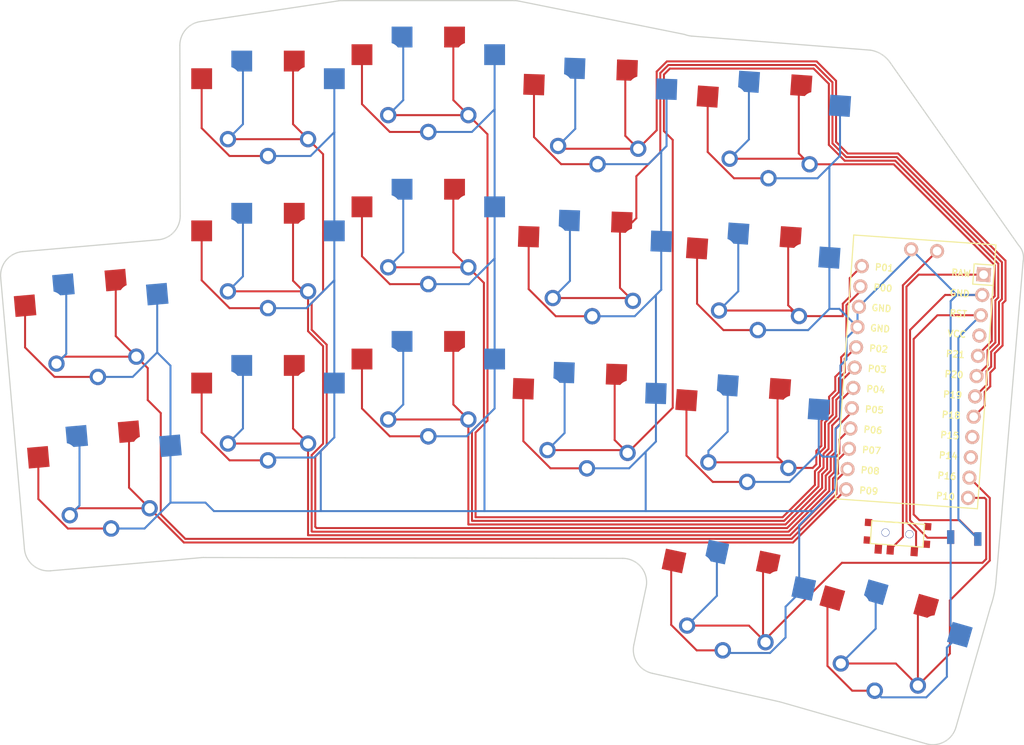
<source format=kicad_pcb>
(kicad_pcb (version 20211014) (generator pcbnew)
  (title_block (title "main") (rev "v1.0.0") (company "Unknown"))
  (layers (0 "F.Cu" signal) (31 "B.Cu" signal) (34 "B.Paste" user) (35 "F.Paste" user) (36 "B.SilkS" user "B.Silkscreen") (37 "F.SilkS" user "F.Silkscreen") (38 "B.Mask" user) (39 "F.Mask" user) (44 "Edge.Cuts" user))
  (net 0 "")
  (net 1 "P9")
  (net 2 "GND")
  (net 3 "P8")
  (net 4 "P7")
  (net 5 "P6")
  (net 6 "P5")
  (net 7 "P4")
  (net 8 "P3")
  (net 9 "P2")
  (net 10 "P19")
  (net 11 "P20")
  (net 12 "P21")
  (net 13 "P14")
  (net 14 "P15")
  (net 15 "P18")
  (net 16 "P10")
  (net 17 "P16")
  (net 18 "RAW")
  (net 19 "RST")
  (net 20 "VCC")
  (net 21 "P1")
  (net 22 "P0")
  (net 23 "pos")
  (footprint "E73:SPDT_C128955" (layer "F.Cu") (at 98.621534 6.482351 -4)
    (fp_text reference "T1" hide)
    (fp_text value "" hide)
  )
  (footprint "lib:bat" (layer "F.Cu") (at 101.945818 -28.87188 -94)
    (fp_text reference "")
    (fp_text value "")
  )
  (footprint "PG1350" (layer "F.Cu") (at 61.40892 -45.509647 178)
    (fp_text reference "S22" hide)
    (fp_text value "" hide)
  )
  (footprint "PG1350" (layer "F.Cu") (at 78.055005 15.319228 168)
    (fp_text reference "S30" hide)
    (fp_text value "" hide)
  )
  (footprint "PG1350" (layer "F.Cu") (at 20.082739 -46.532796 180)
    (fp_text reference "S10" hide)
    (fp_text value "" hide)
  )
  (footprint "PG1350" (layer "F.Cu") (at 20.082739 -8.532796 180)
    (fp_text reference "S6" hide)
    (fp_text value "" hide)
  )
  (footprint "PG1350" (layer "F.Cu") (at 40.082739 -30.532796)
    (fp_text reference "S13" hide)
    (fp_text value "" hide)
  )
  (footprint "Button_Switch_SMD:SW_SPST_B3U-1000P" (layer "F.Cu") (at 106.951194 7.064817 -4)
    (fp_text reference "")
    (fp_text value "")
  )
  (footprint "PG1350" (layer "F.Cu") (at 97.410046 20.45561 -16)
    (fp_text reference "S31" hide)
    (fp_text value "" hide)
  )
  (footprint "PG1350" (layer "F.Cu") (at 60.082739 -7.532796 -2)
    (fp_text reference "S17" hide)
    (fp_text value "" hide)
  )
  (footprint "ProMicro" (layer "F.Cu") (at 100.794836 -12.412073 -94)
    (fp_text reference "MCU1" hide)
    (fp_text value "" hide)
  )
  (footprint "PG1350" (layer "F.Cu") (at 60.745829 -26.521222 178)
    (fp_text reference "S20" hide)
    (fp_text value "" hide)
  )
  (footprint "PG1350" (layer "F.Cu") (at -1.655959 -18.927699 5)
    (fp_text reference "S3" hide)
    (fp_text value "" hide)
  )
  (footprint "PG1350" (layer "F.Cu") (at 0 0 5)
    (fp_text reference "S1" hide)
    (fp_text value "" hide)
  )
  (footprint "PG1350" (layer "F.Cu") (at 61.40892 -45.509647 -2)
    (fp_text reference "S21" hide)
    (fp_text value "" hide)
  )
  (footprint "PG1350" (layer "F.Cu") (at 40.082739 -49.532796 180)
    (fp_text reference "S16" hide)
    (fp_text value "" hide)
  )
  (footprint "PG1350" (layer "F.Cu") (at 60.082739 -7.532796 178)
    (fp_text reference "S18" hide)
    (fp_text value "" hide)
  )
  (footprint "PG1350" (layer "F.Cu") (at 60.745829 -26.521222 -2)
    (fp_text reference "S19" hide)
    (fp_text value "" hide)
  )
  (footprint "PG1350" (layer "F.Cu") (at 78.055005 15.319228 -12)
    (fp_text reference "S29" hide)
    (fp_text value "" hide)
  )
  (footprint "PG1350" (layer "F.Cu") (at 80.285504 -5.82669 -4)
    (fp_text reference "S23" hide)
    (fp_text value "" hide)
  )
  (footprint "PG1350" (layer "F.Cu") (at 20.082739 -46.532796)
    (fp_text reference "S9" hide)
    (fp_text value "" hide)
  )
  (footprint "PG1350" (layer "F.Cu") (at 40.082739 -11.532796)
    (fp_text reference "S11" hide)
    (fp_text value "" hide)
  )
  (footprint "PG1350" (layer "F.Cu") (at -1.655959 -18.927699 -175)
    (fp_text reference "S4" hide)
    (fp_text value "" hide)
  )
  (footprint "PG1350" (layer "F.Cu") (at 82.936249 -43.734124 -4)
    (fp_text reference "S27" hide)
    (fp_text value "" hide)
  )
  (footprint "PG1350" (layer "F.Cu") (at 40.082739 -11.532796 180)
    (fp_text reference "S12" hide)
    (fp_text value "" hide)
  )
  (footprint "PG1350" (layer "F.Cu") (at 20.082739 -8.532796)
    (fp_text reference "S5" hide)
    (fp_text value "" hide)
  )
  (footprint "PG1350" (layer "F.Cu") (at 0 0 -175)
    (fp_text reference "S2" hide)
    (fp_text value "" hide)
  )
  (footprint "PG1350" (layer "F.Cu") (at 81.610877 -24.780407 176)
    (fp_text reference "S26" hide)
    (fp_text value "" hide)
  )
  (footprint "PG1350" (layer "F.Cu") (at 40.082739 -30.532796 180)
    (fp_text reference "S14" hide)
    (fp_text value "" hide)
  )
  (footprint "PG1350" (layer "F.Cu") (at 20.082739 -27.532796 180)
    (fp_text reference "S8" hide)
    (fp_text value "" hide)
  )
  (footprint "PG1350" (layer "F.Cu") (at 82.936249 -43.734124 176)
    (fp_text reference "S28" hide)
    (fp_text value "" hide)
  )
  (footprint "PG1350" (layer "F.Cu") (at 97.410046 20.45561 164)
    (fp_text reference "S32" hide)
    (fp_text value "" hide)
  )
  (footprint "PG1350" (layer "F.Cu") (at 20.082739 -27.532796)
    (fp_text reference "S7" hide)
    (fp_text value "" hide)
  )
  (footprint "PG1350" (layer "F.Cu") (at 81.610877 -24.780407 -4)
    (fp_text reference "S25" hide)
    (fp_text value "" hide)
  )
  (footprint "PG1350" (layer "F.Cu") (at 80.285504 -5.82669 176)
    (fp_text reference "S24" hide)
    (fp_text value "" hide)
  )
  (footprint "PG1350" (layer "F.Cu") (at 40.082739 -49.532796)
    (fp_text reference "S15" hide)
    (fp_text value "" hide)
  )
  (gr_arc (start -7.054423 11.15729) (mid -9.244253 10.466839) (end -10.304474 8.430173) (layer "Edge.Cuts") (width 0.15))
  (gr_line (start 11.73993 9.512998) (end -7.054422 11.15729) (layer "Edge.Cuts") (width 0.15))
  (gr_arc (start 113.732517 -29.491769) (mid 114.255915 -28.565367) (end 114.3 -27.502247) (layer "Edge.Cuts") (width 0.15))
  (gr_arc (start 68.008632 23.95095) (mid 66.139083 22.643761) (end 65.729385 20.399635) (layer "Edge.Cuts") (width 0.15))
  (gr_line (start 110.223059 15.678832) (end 105.916644 30.697084) (layer "Edge.Cuts") (width 0.15))
  (gr_line (start -10.540652 -28.690498) (end 6.390342 -30.171768) (layer "Edge.Cuts") (width 0.15))
  (gr_arc (start 64.325621 9.601614) (mid 66.653127 10.715877) (end 67.254328 13.225344) (layer "Edge.Cuts") (width 0.15))
  (gr_line (start 51.378846 -59.972533) (end 72.054675 -55.810199) (layer "Edge.Cuts") (width 0.15))
  (gr_arc (start 28.861466 -59.999605) (mid 29.083358 -60.024487) (end 29.306487 -60.032796) (layer "Edge.Cuts") (width 0.15))
  (gr_arc (start 105.916644 30.697083) (mid 104.487288 32.49403) (end 102.205947 32.753956) (layer "Edge.Cuts") (width 0.15))
  (gr_line (start 97.655127 -52.368326) (end 113.732517 -29.491769) (layer "Edge.Cuts") (width 0.15))
  (gr_arc (start 11.73993 9.512997) (mid 11.873404 9.504313) (end 12.007133 9.501587) (layer "Edge.Cuts") (width 0.15))
  (gr_line (start 65.729385 20.399635) (end 67.254328 13.225344) (layer "Edge.Cuts") (width 0.15))
  (gr_arc (start 9.087743 -54.444184) (mid 9.812625 -56.405454) (end 11.642715 -57.416792) (layer "Edge.Cuts") (width 0.15))
  (gr_arc (start -13.267769 -25.440447) (mid -12.577318 -27.630277) (end -10.540652 -28.690498) (layer "Edge.Cuts") (width 0.15))
  (gr_line (start 11.642715 -57.416792) (end 28.861466 -59.999605) (layer "Edge.Cuts") (width 0.15))
  (gr_line (start -10.304474 8.430173) (end -13.267769 -25.440447) (layer "Edge.Cuts") (width 0.15))
  (gr_arc (start 50.780561 -60.032796) (mid 51.081217 -60.017692) (end 51.378846 -59.972533) (layer "Edge.Cuts") (width 0.15))
  (gr_arc (start 9.128869 -33.166151) (mid 8.342664 -31.135721) (end 6.390342 -30.171768) (layer "Edge.Cuts") (width 0.15))
  (gr_arc (start 110.900668 12.613364) (mid 110.655032 14.166693) (end 110.223059 15.678832) (layer "Edge.Cuts") (width 0.15))
  (gr_line (start 83.855469 27.497487) (end 68.008633 23.95095) (layer "Edge.Cuts") (width 0.15))
  (gr_line (start 114.3 -27.502247) (end 110.900668 12.613364) (layer "Edge.Cuts") (width 0.15))
  (gr_line (start 102.205947 32.753956) (end 84.027186 27.541281) (layer "Edge.Cuts") (width 0.15))
  (gr_line (start 64.325621 9.601614) (end 12.007133 9.501587) (layer "Edge.Cuts") (width 0.15))
  (gr_arc (start 72.920327 -55.604254) (mid 72.480302 -55.676966) (end 72.054675 -55.810199) (layer "Edge.Cuts") (width 0.15))
  (gr_arc (start 95.255323 -53.844429) (mid 96.602315 -53.345512) (end 97.655127 -52.368326) (layer "Edge.Cuts") (width 0.15))
  (gr_line (start 9.12887 -33.166151) (end 9.087742 -54.444185) (layer "Edge.Cuts") (width 0.15))
  (gr_line (start 29.306487 -60.032796) (end 50.780562 -60.032796) (layer "Edge.Cuts") (width 0.15))
  (gr_arc (start 83.855469 27.497487) (mid 83.941651 27.518116) (end 84.027186 27.541281) (layer "Edge.Cuts") (width 0.15))
  (gr_line (start 72.920327 -55.604254) (end 95.255323 -53.844429) (layer "Edge.Cuts") (width 0.15))
  (segment (start 9.582404 7.62) (end 85.591252 7.62) (width 0.25) (layer "F.Cu") (net 1))
  (segment (start 85.591252 7.62) (end 92.2189 0.992352) (width 0.25) (layer "F.Cu") (net 1))
  (segment (start -3.778224 3.349761) (end -4.649782 4.221319) (width 0.25) (layer "F.Cu") (net 1))
  (segment (start 5.312165 3.349761) (end 9.582404 7.62) (width 0.25) (layer "F.Cu") (net 1))
  (segment (start 2.743961 -6.212794) (end 2.743961 0.781557) (width 0.25) (layer "F.Cu") (net 1))
  (segment (start 2.743961 0.781557) (end 5.312165 3.349761) (width 0.25) (layer "F.Cu") (net 1))
  (segment (start 5.312165 3.349761) (end -3.778224 3.349761) (width 0.25) (layer "F.Cu") (net 1))
  (segment (start -4.649782 4.221319) (end -3.433287 3.004824) (width 0.25) (layer "B.Cu") (net 1))
  (segment (start -3.433287 -5.294096) (end -3.781114 -5.641923) (width 0.25) (layer "B.Cu") (net 1))
  (segment (start -3.433287 3.004824) (end -3.433287 -5.294096) (width 0.25) (layer "B.Cu") (net 1))
  (segment (start 52.606743 -24.011778) (end 52.606743 -30.557731) (width 0.25) (layer "F.Cu") (net 2))
  (segment (start 11.807739 -25.112026) (end 11.807739 -31.282796) (width 0.25) (layer "F.Cu") (net 2))
  (segment (start 100.192399 4.859737) (end 100.192399 -18.912399) (width 0.25) (layer "F.Cu") (net 2))
  (segment (start 15.286969 -40.632796) (end 11.807739 -44.112026) (width 0.25) (layer "F.Cu") (net 2))
  (segment (start -1.14174 -13.05015) (end -6.545281 -13.05015) (width 0.25) (layer "F.Cu") (net 2))
  (segment (start 35.286969 -5.632796) (end 31.807739 -9.112026) (width 0.25) (layer "F.Cu") (net 2))
  (segment (start 56.656796 -39.613241) (end 53.269834 -43.000203) (width 0.25) (layer "F.Cu") (net 2))
  (segment (start 78.231251 -37.848496) (end 74.942993 -41.136754) (width 0.25) (layer "F.Cu") (net 2))
  (segment (start 40.082739 -43.632796) (end 35.286969 -43.632796) (width 0.25) (layer "F.Cu") (net 2))
  (segment (start 20.082739 -2.632796) (end 15.286969 -2.632796) (width 0.25) (layer "F.Cu") (net 2))
  (segment (start 35.286969 -24.632796) (end 31.807739 -28.112026) (width 0.25) (layer "F.Cu") (net 2))
  (segment (start 73.617621 -22.183037) (end 73.617621 -29.098507) (width 0.25) (layer "F.Cu") (net 2))
  (segment (start 81.199314 -18.894779) (end 76.905879 -18.894779) (width 0.25) (layer "F.Cu") (net 2))
  (segment (start 74.942993 -41.136754) (end 74.942993 -48.052224) (width 0.25) (layer "F.Cu") (net 2))
  (segment (start 55.330615 -1.63639) (end 51.943653 -5.023352) (width 0.25) (layer "F.Cu") (net 2))
  (segment (start -6.545281 -13.05015) (end -10.226304 -16.731173) (width 0.25) (layer "F.Cu") (net 2))
  (segment (start 60.539922 -20.624816) (end 55.993705 -20.624816) (width 0.25) (layer "F.Cu") (net 2))
  (segment (start 11.807739 -44.112026) (end 11.807739 -50.282796) (width 0.25) (layer "F.Cu") (net 2))
  (segment (start 15.286969 -21.632796) (end 11.807739 -25.112026) (width 0.25) (layer "F.Cu") (net 2))
  (segment (start 0.514219 5.877549) (end -4.889322 5.877549) (width 0.25) (layer "F.Cu") (net 2))
  (segment (start 51.943653 -5.023352) (end 51.943653 -11.569305) (width 0.25) (layer "F.Cu") (net 2))
  (segment (start 70.390379 17.912251) (end 70.390379 10.280828) (width 0.25) (layer "F.Cu") (net 2))
  (segment (start 11.807739 -6.112026) (end 11.807739 -12.282796) (width 0.25) (layer "F.Cu") (net 2))
  (segment (start 15.286969 -2.632796) (end 11.807739 -6.112026) (width 0.25) (layer "F.Cu") (net 2))
  (segment (start 20.082739 -21.632796) (end 15.286969 -21.632796) (width 0.25) (layer "F.Cu") (net 2))
  (segment (start 31.807739 -9.112026) (end 31.807739 -15.282796) (width 0.25) (layer "F.Cu") (net 2))
  (segment (start 72.292248 -3.22932) (end 72.292248 -10.14479) (width 0.25) (layer "F.Cu") (net 2))
  (segment (start 89.884988 23.03327) (end 89.884988 15.174238) (width 0.25) (layer "F.Cu") (net 2))
  (segment (start -10.226304 -16.731173) (end -10.226304 -21.942215) (width 0.25) (layer "F.Cu") (net 2))
  (segment (start 82.524686 -37.848496) (end 78.231251 -37.848496) (width 0.25) (layer "F.Cu") (net 2))
  (segment (start 20.082739 -40.632796) (end 15.286969 -40.632796) (width 0.25) (layer "F.Cu") (net 2))
  (segment (start 95.783786 26.127054) (end 92.978772 26.127054) (width 0.25) (layer "F.Cu") (net 2))
  (segment (start 40.082739 -24.632796) (end 35.286969 -24.632796) (width 0.25) (layer "F.Cu") (net 2))
  (segment (start -8.570345 2.196526) (end -8.570345 -3.014516) (width 0.25) (layer "F.Cu") (net 2))
  (segment (start 35.286969 -43.632796) (end 31.807739 -47.112026) (width 0.25) (layer "F.Cu") (net 2))
  (segment (start 105.255335 6.946231) (end 105.16861 7.032956) (width 0.25) (layer "F.Cu") (net 2))
  (segment (start 102.365618 7.032956) (end 100.192399 4.859737) (width 0.25) (layer "F.Cu") (net 2))
  (segment (start -4.889322 5.877549) (end -8.570345 2.196526) (width 0.25) (layer "F.Cu") (net 2))
  (segment (start 100.192399 -18.912399) (end 104.562686 -23.282686) (width 0.25) (layer "F.Cu") (net 2))
  (segment (start 75.580506 0.058938) (end 72.292248 -3.22932) (width 0.25) (layer "F.Cu") (net 2))
  (segment (start 105.16861 7.032956) (end 102.365618 7.032956) (width 0.25) (layer "F.Cu") (net 2))
  (segment (start 53.269834 -43.000203) (end 53.269834 -49.546156) (width 0.25) (layer "F.Cu") (net 2))
  (segment (start 79.873941 0.058938) (end 75.580506 0.058938) (width 0.25) (layer "F.Cu") (net 2))
  (segment (start 31.807739 -47.112026) (end 31.807739 -53.282796) (width 0.25) (layer "F.Cu") (net 2))
  (segment (start 92.978772 26.127054) (end 89.884988 23.03327) (width 0.25) (layer "F.Cu") (net 2))
  (segment (start 73.568427 21.090299) (end 70.390379 17.912251) (width 0.25) (layer "F.Cu") (net 2))
  (segment (start 89.884988 15.174238) (end 90.489246 14.56998) (width 0.25) (layer "F.Cu") (net 2))
  (segment (start 70.390379 10.280828) (end 70.740502 9.930705) (width 0.25) (layer "F.Cu") (net 2))
  (segment (start 59.876832 -1.63639) (end 55.330615 -1.63639) (width 0.25) (layer "F.Cu") (net 2))
  (segment (start 31.807739 -28.112026) (end 31.807739 -34.282796) (width 0.25) (layer "F.Cu") (net 2))
  (segment (start 76.828326 21.090299) (end 73.568427 21.090299) (width 0.25) (layer "F.Cu") (net 2))
  (segment (start 61.203013 -39.613241) (end 56.656796 -39.613241) (width 0.25) (layer "F.Cu") (net 2))
  (segment (start 104.562686 -23.282686) (end 109.193591 -23.282686) (width 0.25) (layer "F.Cu") (net 2))
  (segment (start 40.082739 -5.632796) (end 35.286969 -5.632796) (width 0.25) (layer "F.Cu") (net 2))
  (segment (start 76.905879 -18.894779) (end 73.617621 -22.183037) (width 0.25) (layer "F.Cu") (net 2))
  (segment (start 55.993705 -20.624816) (end 52.606743 -24.011778) (width 0.25) (layer "F.Cu") (net 2))
  (segment (start 47.092666 -7.846954) (end 47.092666 3.707334) (width 0.25) (layer "B.Cu") (net 2))
  (segment (start 48.357739 -46.464883) (end 48.357739 -34.282796) (width 0.25) (layer "B.Cu") (net 2))
  (segment (start 86.928845 13.371644) (end 86.928845 13.268845) (width 0.25) (layer "B.Cu") (net 2))
  (segment (start 86.928845 13.371644) (end 84.660238 15.640251) (width 0.25) (layer "B.Cu") (net 2))
  (segment (start 3.203567 -13.05015) (end 6.260718 -16.107301) (width 0.25) (layer "B.Cu") (net 2))
  (segment (start 7.916677 2.641019) (end 12.276907 2.641019) (width 0.25) (layer "B.Cu") (net 2))
  (segment (start 13.343222 3.707334) (end 26.772666 3.707334) (width 0.25) (layer "B.Cu") (net 2))
  (segment (start 28.292857 -25.047143) (end 24.878509 -21.632796) (width 0.25) (layer "B.Cu") (net 2))
  (segment (start 90.127306 -39.327306) (end 90.127306 -27.944037) (width 0.25) (layer "B.Cu") (net 2))
  (segment (start 88.801933 -8.99032) (end 88.801933 -3.585077) (width 0.25) (layer "B.Cu") (net 2))
  (segment (start 7.916677 -4.456944) (end 7.916677 2.641019) (width 0.25) (layer "B.Cu") (net 2))
  (segment (start 100.329764 -28.328193) (end 100.329764 -28.984885) (width 0.25) (layer "B.Cu") (net 2))
  (segment (start 84.660238 15.640251) (end 84.660238 19.479762) (width 0.25) (layer "B.Cu") (net 2))
  (segment (start 105.255335 6.946231) (end 105.255335 17.988986) (width 0.25) (layer "B.Cu") (net 2))
  (segment (start 28.357739 -24.982261) (end 28.357739 -12.282796) (width 0.25) (layer "B.Cu") (net 2))
  (segment (start 60.539922 -20.624816) (end 65.83862 -20.624816) (width 0.25) (layer "B.Cu") (net 2))
  (segment (start 67.207334 3.707334) (end 88.124762 3.707334) (width 0.25) (layer "B.Cu") (net 2))
  (segment (start 67.553241 -39.613241) (end 61.203013 -39.613241) (width 0.25) (layer "B.Cu") (net 2))
  (segment (start 44.878509 -5.632796) (end 48.357739 -9.112026) (width 0.25) (layer "B.Cu") (net 2))
  (segment (start 28.357739 -43.597739) (end 28.357739 -31.282796) (width 0.25) (layer "B.Cu") (net 2))
  (segment (start 92.258359 -17.900156) (end 93.636352 -19.278149) (width 0.25) (layer "B.Cu") (net 2))
  (segment (start 104.783711 20.746194) (end 104.783711 24.391448) (width 0.25) (layer "B.Cu") (net 2))
  (segment (start 26.67 -3.81) (end 25.846907 -2.986907) (width 0.25) (layer "B.Cu") (net 2))
  (segment (start 26.772666 3.707334) (end 47.092666 3.707334) (width 0.25) (layer "B.Cu") (net 2))
  (segment (start 65.13639 -1.63639) (end 59.876832 -1.63639) (width 0.25) (layer "B.Cu") (net 2))
  (segment (start 93.636352 -21.634781) (end 93.813533 -21.811962) (width 0.25) (layer "B.Cu") (net 2))
  (segment (start 44.878509 -5.632796) (end 40.082739 -5.632796) (width 0.25) (layer "B.Cu") (net 2))
  (segment (start 47.092666 3.707334) (end 67.207334 3.707334) (width 0.25) (layer "B.Cu") (net 2))
  (segment (start 20.43685 -2.986907) (end 20.082739 -2.632796) (width 0.25) (layer "B.Cu") (net 2))
  (segment (start 28.357739 -25.112026) (end 28.292857 -25.047143) (width 0.25) (layer "B.Cu") (net 2))
  (segment (start 6.260718 -16.107301) (end 7.916677 -14.451342) (width 0.25) (layer "B.Cu") (net 2))
  (segment (start 86.36 5.472096) (end 88.124762 3.707334) (width 0.25) (layer "B.Cu") (net 2))
  (segment (start 67.553241 -39.613241) (end 69.809752 -41.869752) (width 0.25) (layer "B.Cu") (net 2))
  (segment (start 90.883589 0.948507) (end 90.883589 -3.096411) (width 0.25) (layer "B.Cu") (net 2))
  (segment (start 86.36 12.7) (end 86.36 5.472096) (width 0.25) (layer "B.Cu") (net 2))
  (segment (start 26.67 3.604668) (end 26.772666 3.707334) (width 0.25) (layer "B.Cu") (net 2))
  (segment (start 105.255335 17.988986) (end 106.398127 19.131778) (width 0.25) (layer "B.Cu") (net 2))
  (segment (start 86.928845 13.268845) (end 86.36 12.7) (width 0.25) (layer "B.Cu") (net 2))
  (segment (start 69.809752 -48.968569) (end 69.809752 -41.869752) (width 0.25) (layer "B.Cu") (net 2))
  (segment (start 87.474779 -18.894779) (end 81.199314 -18.894779) (width 0.25) (layer "B.Cu") (net 2))
  (segment (start 28.357739 -12.282796) (end 28.357739 -5.497739) (width 0.25) (layer "B.Cu") (net 2))
  (segment (start 106.398127 19.131778) (end 104.783711 20.746194) (width 0.25) (layer "B.Cu") (net 2))
  (segment (start 25.846907 -2.986907) (end 20.43685 -2.986907) (width 0.25) (layer "B.Cu") (net 2))
  (segment (start 48.357739 -27.841572) (end 48.357739 -15.282796) (width 0.25) (layer "B.Cu") (net 2))
  (segment (start 26.67 -3.81) (end 26.67 3.604668) (width 0.25) (layer "B.Cu") (net 2))
  (segment (start 105.255335 -22.506058) (end 106.031963 -23.282686) (width 0.25) (layer "B.Cu") (net 2))
  (segment (start 68.483571 -23.269767) (end 68.483571 -10.991718) (width 0.25) (layer "B.Cu") (net 2))
  (segment (start 28.357739 -31.282796) (end 28.357739 -25.112026) (width 0.25) (layer "B.Cu") (net 2))
  (segment (start 28.292857 -25.047143) (end 28.357739 -24.982261) (width 0.25) (layer "B.Cu") (net 2))
  (segment (start 96.611743 26.955011) (end 95.783786 26.127054) (width 0.25) (layer "B.Cu") (net 2))
  (segment (start 68.483571 -10.991718) (end 68.483571 -4.983571) (width 0.25) (layer "B.Cu") (net 2))
  (segment (start 48.357739 -15.282796) (end 48.357739 -9.112026) (width 0.25) (layer "B.Cu") (net 2))
  (segment (start 69.146661 -23.932857) (end 69.146661 -29.980144) (width 0.25) (layer "B.Cu") (net 2))
  (segment (start 7.916677 2.641019) (end 4.680147 5.877549) (width 0.25) (layer "B.Cu") (net 2))
  (segment (start 105.255335 6.946231) (end 105.255335 -22.506058) (width 0.25) (layer "B.Cu") (net 2))
  (segment (start 93.636352 -19.278149) (end 93.636352 -21.634781) (width 0.25) (layer "B.Cu") (net 2))
  (segment (start 88.124762 3.707334) (end 90.883589 0.948507) (width 0.25) (layer "B.Cu") (net 2))
  (segment (start 91.452678 -46.897754) (end 91.452678 -40.652678) (width 0.25) (layer "B.Cu") (net 2))
  (segment (start 12.276907 2.641019) (end 13.343222 3.707334) (width 0.25) (layer "B.Cu") (net 2))
  (segment (start 90.883589 -6.525509) (end 91.503767 -7.145687) (width 0.25) (layer "B.Cu") (net 2))
  (segment (start 28.357739 -5.497739) (end 26.67 -3.81) (width 0.25) (layer "B.Cu") (net 2))
  (segment (start 92.258359 -15.237566) (end 92.258359 -17.900156) (width 0.25) (layer "B.Cu") (net 2))
  (segment (start 40.082739 -24.632796) (end 45.148963 -24.632796) (width 0.25) (layer "B.Cu") (net 2))
  (segment (start 7.916677 -14.451342) (end 7.916677 -4.456944) (width 0.25) (layer "B.Cu") (net 2))
  (segment (start 90.127306 -21.547306) (end 87.474779 -18.894779) (width 0.25) (layer "B.Cu") (net 2))
  (segment (start 25.392796 -40.632796) (end 20.082739 -40.632796) (width 0.25) (layer "B.Cu") (net 2))
  (segment (start 91.367195 -21.547306) (end 93.636352 -19.278149) (width 0.25) (layer "B.Cu") (net 2))
  (segment (start 82.723742 21.416258) (end 77.154285 21.416258) (width 0.25) (layer "B.Cu") (net 2))
  (segment (start 48.357739 -27.841572) (end 48.357739 -34.282796) (width 0.25) (layer "B.Cu") (net 2))
  (segment (start 85.157918 0.058938) (end 79.873941 0.058938) (width 0.25) (layer "B.Cu") (net 2))
  (segment (start 106.031963 -23.282686) (end 109.193591 -23.282686) (width 0.25) (layer "B.Cu") (net 2))
  (segment (start 88.801933 -3.585077) (end 89.290599 -3.096411) (width 0.25) (layer "B.Cu") (net 2))
  (segment (start 90.883589 -3.096411) (end 90.883589 -6.525509) (width 0.25) (layer "B.Cu") (net 2))
  (segment (start 89.290599 -3.096411) (end 90.883589 -3.096411) (width 0.25) (layer "B.Cu") (net 2))
  (segment (start 88.648496 -37.848496) (end 91.452678 -40.652678) (width 0.25) (layer "B.Cu") (net 2))
  (segment (start -1.14174 -13.05015) (end 3.203567 -13.05015) (width 0.25) (layer "B.Cu") (net 2))
  (segment (start 48.357739 -53.282796) (end 48.357739 -46.464883) (width 0.25) (layer "B.Cu") (net 2))
  (segment (start 65.83862 -20.624816) (end 69.146661 -23.932857) (width 0.25) (layer "B.Cu") (net 2))
  (segment (start 102.220148 26.955011) (end 96.611743 26.955011) (width 0.25) (layer "B.Cu") (net 2))
  (segment (start 88.648496 -37.848496) (end 82.524686 -37.848496) (width 0.25) (layer "B.Cu") (net 2))
  (segment (start 45.525652 -43.632796) (end 40.082739 -43.632796) (width 0.25) (layer "B.Cu") (net 2))
  (segment (start 104.783711 24.391448) (end 102.220148 26.955011) (width 0.25) (layer "B.Cu") (net 2))
  (segment (start 90.127306 -21.547306) (end 91.367195 -21.547306) (width 0.25) (layer "B.Cu") (net 2))
  (segment (start 67.207334 -3.707334) (end 67.207334 3.707334) (width 0.25) (layer "B.Cu") (net 2))
  (segment (start 48.357739 -46.464883) (end 45.525652 -43.632796) (width 0.25) (layer "B.Cu") (net 2))
  (segment (start 65.13639 -1.63639) (end 68.483571 -4.983571) (width 0.25) (layer "B.Cu") (net 2))
  (segment (start 100.329764 -28.984885) (end 106.031963 -23.282686) (width 0.25) (layer "B.Cu") (net 2))
  (segment (start 28.357739 -43.597739) (end 25.392796 -40.632796) (width 0.25) (layer "B.Cu") (net 2))
  (segment (start 91.503767 -7.145687) (end 91.503767 -14.482974) (width 0.25) (layer "B.Cu") (net 2))
  (segment (start 90.127306 -27.944037) (end 90.127306 -21.547306) (width 0.25) (layer "B.Cu") (net 2))
  (segment (start 24.878509 -21.632796) (end 20.082739 -21.632796) (width 0.25) (layer "B.Cu") (net 2))
  (segment (start 45.148963 -24.632796) (end 48.357739 -27.841572) (width 0.25) (layer "B.Cu") (net 2))
  (segment (start 93.813533 -21.811962) (end 100.329764 -28.328193) (width 0.25) (layer "B.Cu") (net 2))
  (segment (start 69.146661 -41.206661) (end 69.146661 -29.980144) (width 0.25) (layer "B.Cu") (net 2))
  (segment (start 4.680147 5.877549) (end 0.514219 5.877549) (width 0.25) (layer "B.Cu") (net 2))
  (segment (start 91.503767 -14.482974) (end 92.258359 -15.237566) (width 0.25) (layer "B.Cu") (net 2))
  (segment (start 84.660238 19.479762) (end 82.723742 21.416258) (width 0.25) (layer "B.Cu") (net 2))
  (segment (start 88.801933 -3.585077) (end 85.157918 0.058938) (width 0.25) (layer "B.Cu") (net 2))
  (segment (start 6.260718 -23.384643) (end 6.260718 -16.107301) (width 0.25) (layer "B.Cu") (net 2))
  (segment (start 28.357739 -50.282796) (end 28.357739 -43.597739) (width 0.25) (layer "B.Cu") (net 2))
  (segment (start 9.768602 7.17048) (end 85.405054 7.17048) (width 0.25) (layer "F.Cu") (net 3))
  (segment (start 85.405054 7.17048) (end 91.018089 1.557445) (width 0.25) (layer "F.Cu") (net 3))
  (segment (start 1.088002 -18.146142) (end 3.656206 -15.577938) (width 0.25) (layer "F.Cu") (net 3))
  (segment (start 6.704492 4.10637) (end 9.768602 7.17048) (width 0.25) (layer "F.Cu") (net 3))
  (segment (start 91.018089 -0.163468) (end 92.396081 -1.54146) (width 0.25) (layer "F.Cu") (net 3))
  (segment (start 1.088002 -25.140493) (end 1.088002 -18.146142) (width 0.25) (layer "F.Cu") (net 3))
  (segment (start -5.434183 -15.577938) (end -6.305741 -14.70638) (width 0.25) (layer "F.Cu") (net 3))
  (segment (start 5.08 -10.16) (end 6.704492 -8.535508) (width 0.25) (layer "F.Cu") (net 3))
  (segment (start 6.704492 -8.535508) (end 6.704492 4.10637) (width 0.25) (layer "F.Cu") (net 3))
  (segment (start 3.656206 -15.577938) (end 5.08 -14.154144) (width 0.25) (layer "F.Cu") (net 3))
  (segment (start 5.08 -14.154144) (end 5.08 -10.16) (width 0.25) (layer "F.Cu") (net 3))
  (segment (start 91.018089 1.557445) (end 91.018089 -0.163468) (width 0.25) (layer "F.Cu") (net 3))
  (segment (start 3.656206 -15.577938) (end -5.434183 -15.577938) (width 0.25) (layer "F.Cu") (net 3))
  (segment (start -6.305741 -14.70638) (end -5.089246 -15.922875) (width 0.25) (layer "B.Cu") (net 3))
  (segment (start -5.089246 -24.221795) (end -5.437073 -24.569622) (width 0.25) (layer "B.Cu") (net 3))
  (segment (start -5.089246 -15.922875) (end -5.089246 -24.221795) (width 0.25) (layer "B.Cu") (net 3))
  (segment (start 25.082739 -4.732796) (end 25.082739 6.72096) (width 0.25) (layer "F.Cu") (net 4))
  (segment (start 85.218856 6.72096) (end 90.568569 1.371247) (width 0.25) (layer "F.Cu") (net 4))
  (segment (start 91.22912 -1.010217) (end 91.19527 -1.044067) (width 0.25) (layer "F.Cu") (net 4))
  (segment (start 25.082739 6.72096) (end 85.218856 6.72096) (width 0.25) (layer "F.Cu") (net 4))
  (segment (start 23.208218 -6.607317) (end 25.082739 -4.732796) (width 0.25) (layer "F.Cu") (net 4))
  (segment (start 90.568569 1.371247) (end 90.568569 -0.349666) (width 0.25) (layer "F.Cu") (net 4))
  (segment (start 23.357739 -14.482796) (end 23.208218 -14.333275) (width 0.25) (layer "F.Cu") (net 4))
  (segment (start 23.208218 -14.333275) (end 23.208218 -6.607317) (width 0.25) (layer "F.Cu") (net 4))
  (segment (start 25.082739 -4.732796) (end 15.082739 -4.732796) (width 0.25) (layer "F.Cu") (net 4))
  (segment (start 91.19527 -2.69728) (end 92.573263 -4.075273) (width 0.25) (layer "F.Cu") (net 4))
  (segment (start 91.19527 -1.044067) (end 91.19527 -2.69728) (width 0.25) (layer "F.Cu") (net 4))
  (segment (start 90.568569 -0.349666) (end 91.22912 -1.010217) (width 0.25) (layer "F.Cu") (net 4))
  (segment (start 16.95726 -6.607317) (end 16.95726 -14.333275) (width 0.25) (layer "B.Cu") (net 4))
  (segment (start 15.082739 -4.732796) (end 16.95726 -6.607317) (width 0.25) (layer "B.Cu") (net 4))
  (segment (start 16.95726 -14.333275) (end 16.807739 -14.482796) (width 0.25) (layer "B.Cu") (net 4))
  (segment (start 91.372452 -3.51018) (end 91.372452 -5.231094) (width 0.25) (layer "F.Cu") (net 5))
  (segment (start 25.082739 -23.732796) (end 25.082739 -18.758774) (width 0.25) (layer "F.Cu") (net 5))
  (segment (start 90.74575 -2.883478) (end 91.372452 -3.51018) (width 0.25) (layer "F.Cu") (net 5))
  (segment (start 26.95726 -4.711547) (end 25.532259 -3.286546) (width 0.25) (layer "F.Cu") (net 5))
  (segment (start 25.082739 -23.177261) (end 23.208218 -25.051782) (width 0.25) (layer "F.Cu") (net 5))
  (segment (start 85.032658 6.27144) (end 90.119049 1.185049) (width 0.25) (layer "F.Cu") (net 5))
  (segment (start 26.95726 -16.884253) (end 26.95726 -4.711547) (width 0.25) (layer "F.Cu") (net 5))
  (segment (start 25.082739 -23.732796) (end 15.082739 -23.732796) (width 0.25) (layer "F.Cu") (net 5))
  (segment (start 90.119049 1.185049) (end 90.119049 -0.535864) (width 0.25) (layer "F.Cu") (net 5))
  (segment (start 25.082739 -18.758774) (end 26.95726 -16.884253) (width 0.25) (layer "F.Cu") (net 5))
  (segment (start 90.74575 -1.162565) (end 90.74575 -2.883478) (width 0.25) (layer "F.Cu") (net 5))
  (segment (start 25.532259 6.217501) (end 25.586198 6.27144) (width 0.25) (layer "F.Cu") (net 5))
  (segment (start 25.532259 -3.286546) (end 25.532259 6.217501) (width 0.25) (layer "F.Cu") (net 5))
  (segment (start 90.119049 -0.535864) (end 90.74575 -1.162565) (width 0.25) (layer "F.Cu") (net 5))
  (segment (start 91.372452 -5.231094) (end 92.750444 -6.609086) (width 0.25) (layer "F.Cu") (net 5))
  (segment (start 23.208218 -25.051782) (end 23.208218 -33.333275) (width 0.25) (layer "F.Cu") (net 5))
  (segment (start 23.208218 -33.333275) (end 23.357739 -33.482796) (width 0.25) (layer "F.Cu") (net 5))
  (segment (start 25.586198 6.27144) (end 85.032658 6.27144) (width 0.25) (layer "F.Cu") (net 5))
  (segment (start 16.95726 -33.333275) (end 16.807739 -33.482796) (width 0.25) (layer "B.Cu") (net 5))
  (segment (start 15.082739 -23.732796) (end 16.95726 -25.607317) (width 0.25) (layer "B.Cu") (net 5))
  (segment (start 16.95726 -25.607317) (end 16.95726 -33.333275) (width 0.25) (layer "B.Cu") (net 5))
  (segment (start 27.40678 -4.525349) (end 25.981779 -3.100348) (width 0.25) (layer "F.Cu") (net 6))
  (segment (start 89.669529 0.998851) (end 89.669529 -0.722062) (width 0.25) (layer "F.Cu") (net 6))
  (segment (start 92.927626 -8.648558) (end 92.927626 -9.142898) (width 0.25) (layer "F.Cu") (net 6))
  (segment (start 25.082739 -42.732796) (end 15.082739 -42.732796) (width 0.25) (layer "F.Cu") (net 6))
  (segment (start 25.981779 -3.100348) (end 25.981779 5.661779) (width 0.25) (layer "F.Cu") (net 6))
  (segment (start 90.29623 -3.069676) (end 90.922932 -3.696378) (width 0.25) (layer "F.Cu") (net 6))
  (segment (start 23.208218 -44.607317) (end 25.082739 -42.732796) (width 0.25) (layer "F.Cu") (net 6))
  (segment (start 23.357739 -52.482796) (end 23.208218 -52.333275) (width 0.25) (layer "F.Cu") (net 6))
  (segment (start 25.532259 -22.286546) (end 25.532259 -18.944971) (width 0.25) (layer "F.Cu") (net 6))
  (segment (start 26.14192 5.82192) (end 84.84646 5.82192) (width 0.25) (layer "F.Cu") (net 6))
  (segment (start 90.922932 -3.696378) (end 90.922932 -6.643864) (width 0.25) (layer "F.Cu") (net 6))
  (segment (start 90.29623 -1.348763) (end 90.29623 -3.069676) (width 0.25) (layer "F.Cu") (net 6))
  (segment (start 27.40678 -17.07045) (end 27.40678 -4.525349) (width 0.25) (layer "F.Cu") (net 6))
  (segment (start 89.669529 -0.722062) (end 90.29623 -1.348763) (width 0.25) (layer "F.Cu") (net 6))
  (segment (start 90.922932 -6.643864) (end 92.927626 -8.648558) (width 0.25) (layer "F.Cu") (net 6))
  (segment (start 25.082739 -42.732796) (end 26.95726 -40.858275) (width 0.25) (layer "F.Cu") (net 6))
  (segment (start 25.981779 5.661779) (end 26.14192 5.82192) (width 0.25) (layer "F.Cu") (net 6))
  (segment (start 23.208218 -52.333275) (end 23.208218 -44.607317) (width 0.25) (layer "F.Cu") (net 6))
  (segment (start 84.84646 5.82192) (end 89.669529 0.998851) (width 0.25) (layer "F.Cu") (net 6))
  (segment (start 26.95726 -40.858275) (end 26.95726 -23.711547) (width 0.25) (layer "F.Cu") (net 6))
  (segment (start 26.95726 -23.711547) (end 25.532259 -22.286546) (width 0.25) (layer "F.Cu") (net 6))
  (segment (start 25.532259 -18.944971) (end 27.40678 -17.07045) (width 0.25) (layer "F.Cu") (net 6))
  (segment (start 16.95726 -52.333275) (end 16.807739 -52.482796) (width 0.25) (layer "B.Cu") (net 6))
  (segment (start 15.082739 -42.732796) (end 16.95726 -44.607317) (width 0.25) (layer "B.Cu") (net 6))
  (segment (start 16.95726 -44.607317) (end 16.95726 -52.333275) (width 0.25) (layer "B.Cu") (net 6))
  (segment (start 90.473412 -3.882576) (end 89.84671 -3.255874) (width 0.25) (layer "F.Cu") (net 7))
  (segment (start 89.220009 -0.90826) (end 89.220009 0.812653) (width 0.25) (layer "F.Cu") (net 7))
  (segment (start 43.208218 -9.607317) (end 43.208218 -17.333275) (width 0.25) (layer "F.Cu") (net 7))
  (segment (start 89.84671 -3.255874) (end 89.84671 -1.534961) (width 0.25) (layer "F.Cu") (net 7))
  (segment (start 84.660262 5.3724) (end 45.082739 5.3724) (width 0.25) (layer "F.Cu") (net 7))
  (segment (start 91.44 -10.011904) (end 91.44 -7.955495) (width 0.25) (layer "F.Cu") (net 7))
  (segment (start 89.84671 -1.534961) (end 89.220009 -0.90826) (width 0.25) (layer "F.Cu") (net 7))
  (segment (start 45.082739 -7.732796) (end 43.208218 -9.607317) (width 0.25) (layer "F.Cu") (net 7))
  (segment (start 45.082739 5.3724) (end 45.082739 -7.732796) (width 0.25) (layer "F.Cu") (net 7))
  (segment (start 89.220009 0.812653) (end 84.660262 5.3724) (width 0.25) (layer "F.Cu") (net 7))
  (segment (start 93.104807 -11.676711) (end 91.44 -10.011904) (width 0.25) (layer "F.Cu") (net 7))
  (segment (start 90.473412 -6.988907) (end 90.473412 -3.882576) (width 0.25) (layer "F.Cu") (net 7))
  (segment (start 35.082739 -7.732796) (end 45.082739 -7.732796) (width 0.25) (layer "F.Cu") (net 7))
  (segment (start 91.44 -7.955495) (end 90.473412 -6.988907) (width 0.25) (layer "F.Cu") (net 7))
  (segment (start 43.208218 -17.333275) (end 43.357739 -17.482796) (width 0.25) (layer "F.Cu") (net 7))
  (segment (start 36.95726 -9.607317) (end 36.95726 -17.333275) (width 0.25) (layer "B.Cu") (net 7))
  (segment (start 35.082739 -7.732796) (end 36.95726 -9.607317) (width 0.25) (layer "B.Cu") (net 7))
  (segment (start 36.95726 -17.333275) (end 36.807739 -17.482796) (width 0.25) (layer "B.Cu") (net 7))
  (segment (start 88.770489 0.626455) (end 88.770489 -1.094458) (width 0.25) (layer "F.Cu") (net 8))
  (segment (start 88.770489 -1.094458) (end 89.39719 -1.721159) (width 0.25) (layer "F.Cu") (net 8))
  (segment (start 47.021097 -24.794438) (end 47.021097 -7.775384) (width 0.25) (layer "F.Cu") (net 8))
  (segment (start 90.99048 -10.198102) (end 91.761616 -10.969238) (width 0.25) (layer "F.Cu") (net 8))
  (segment (start 90.99048 -8.141693) (end 90.99048 -10.198102) (width 0.25) (layer "F.Cu") (net 8))
  (segment (start 47.021097 -7.775384) (end 45.532259 -6.286546) (width 0.25) (layer "F.Cu") (net 8))
  (segment (start 89.39719 -3.442072) (end 90.023892 -4.068774) (width 0.25) (layer "F.Cu") (net 8))
  (segment (start 43.208218 -36.333275) (end 43.357739 -36.482796) (width 0.25) (layer "F.Cu") (net 8))
  (segment (start 45.082739 -26.732796) (end 47.021097 -24.794438) (width 0.25) (layer "F.Cu") (net 8))
  (segment (start 45.56288 4.92288) (end 84.474064 4.92288) (width 0.25) (layer "F.Cu") (net 8))
  (segment (start 43.208218 -28.607317) (end 43.208218 -36.333275) (width 0.25) (layer "F.Cu") (net 8))
  (segment (start 91.761616 -10.969238) (end 91.761616 -12.690151) (width 0.25) (layer "F.Cu") (net 8))
  (segment (start 91.761616 -12.690151) (end 93.281989 -14.210524) (width 0.25) (layer "F.Cu") (net 8))
  (segment (start 90.023892 -7.175105) (end 90.99048 -8.141693) (width 0.25) (layer "F.Cu") (net 8))
  (segment (start 45.532259 4.892259) (end 45.56288 4.92288) (width 0.25) (layer "F.Cu") (net 8))
  (segment (start 89.39719 -1.721159) (end 89.39719 -3.442072) (width 0.25) (layer "F.Cu") (net 8))
  (segment (start 84.474064 4.92288) (end 88.770489 0.626455) (width 0.25) (layer "F.Cu") (net 8))
  (segment (start 35.082739 -26.732796) (end 45.082739 -26.732796) (width 0.25) (layer "F.Cu") (net 8))
  (segment (start 45.532259 -6.286546) (end 45.532259 4.892259) (width 0.25) (layer "F.Cu") (net 8))
  (segment (start 45.082739 -26.732796) (end 43.208218 -28.607317) (width 0.25) (layer "F.Cu") (net 8))
  (segment (start 90.023892 -4.068774) (end 90.023892 -7.175105) (width 0.25) (layer "F.Cu") (net 8))
  (segment (start 35.082739 -26.732796) (end 36.95726 -28.607317) (width 0.25) (layer "B.Cu") (net 8))
  (segment (start 36.95726 -36.333275) (end 36.807739 -36.482796) (width 0.25) (layer "B.Cu") (net 8))
  (segment (start 36.95726 -28.607317) (end 36.95726 -36.333275) (width 0.25) (layer "B.Cu") (net 8))
  (segment (start 88.94767 -3.628269) (end 89.574372 -4.254972) (width 0.25) (layer "F.Cu") (net 9))
  (segment (start 90.54096 -10.3843) (end 91.312096 -11.155436) (width 0.25) (layer "F.Cu") (net 9))
  (segment (start 92.045476 -15.330642) (end 93.45917 -16.744336) (width 0.25) (layer "F.Cu") (net 9))
  (segment (start 45.981779 -6.100348) (end 45.981779 4.47336) (width 0.25) (layer "F.Cu") (net 9))
  (segment (start 89.574372 -7.361303) (end 90.54096 -8.327891) (width 0.25) (layer "F.Cu") (net 9))
  (segment (start 47.470617 -7.589186) (end 45.981779 -6.100348) (width 0.25) (layer "F.Cu") (net 9))
  (segment (start 92.045476 -13.609729) (end 92.045476 -15.330642) (width 0.25) (layer "F.Cu") (net 9))
  (segment (start 45.082739 -45.732796) (end 47.470617 -43.344918) (width 0.25) (layer "F.Cu") (net 9))
  (segment (start 91.312096 -12.876349) (end 92.045476 -13.609729) (width 0.25) (layer "F.Cu") (net 9))
  (segment (start 88.320969 -1.280656) (end 88.94767 -1.907357) (width 0.25) (layer "F.Cu") (net 9))
  (segment (start 35.082739 -45.732796) (end 45.082739 -45.732796) (width 0.25) (layer "F.Cu") (net 9))
  (segment (start 43.208218 -47.607317) (end 43.208218 -55.333275) (width 0.25) (layer "F.Cu") (net 9))
  (segment (start 47.470617 -43.344918) (end 47.470617 -7.589186) (width 0.25) (layer "F.Cu") (net 9))
  (segment (start 88.320969 0.440257) (end 88.320969 -1.280656) (width 0.25) (layer "F.Cu") (net 9))
  (segment (start 84.287866 4.47336) (end 88.320969 0.440257) (width 0.25) (layer "F.Cu") (net 9))
  (segment (start 43.208218 -55.333275) (end 43.357739 -55.482796) (width 0.25) (layer "F.Cu") (net 9))
  (segment (start 88.94767 -1.907357) (end 88.94767 -3.628269) (width 0.25) (layer "F.Cu") (net 9))
  (segment (start 45.981779 4.47336) (end 84.287866 4.47336) (width 0.25) (layer "F.Cu") (net 9))
  (segment (start 91.312096 -11.155436) (end 91.312096 -12.876349) (width 0.25) (layer "F.Cu") (net 9))
  (segment (start 90.54096 -8.327891) (end 90.54096 -10.3843) (width 0.25) (layer "F.Cu") (net 9))
  (segment (start 45.082739 -45.732796) (end 43.208218 -47.607317) (width 0.25) (layer "F.Cu") (net 9))
  (segment (start 89.574372 -4.254972) (end 89.574372 -7.361303) (width 0.25) (layer "F.Cu") (net 9))
  (segment (start 35.082739 -45.732796) (end 36.95726 -47.607317) (width 0.25) (layer "B.Cu") (net 9))
  (segment (start 36.95726 -47.607317) (end 36.95726 -55.333275) (width 0.25) (layer "B.Cu") (net 9))
  (segment (start 36.95726 -55.333275) (end 36.807739 -55.482796) (width 0.25) (layer "B.Cu") (net 9))
  (segment (start 92.22208 -40.493638) (end 98.527543 -40.493638) (width 0.25) (layer "F.Cu") (net 10))
  (segment (start 69.02952 -41.08952) (end 69.02952 -50.986198) (width 0.25) (layer "F.Cu") (net 10))
  (segment (start 111.651242 -22.770698) (end 111.286433 -22.405889) (width 0.25) (layer "F.Cu") (net 10))
  (segment (start 109.749489 -12.055428) (end 108.307683 -10.613622) (width 0.25) (layer "F.Cu") (net 10))
  (segment (start 63.999135 -24.160069) (end 63.999135 -32.125951) (width 0.25) (layer "F.Cu") (net 10))
  (segment (start 65.527278 -32.353302) (end 66.04 -32.866024) (width 0.25) (layer "F.Cu") (net 10))
  (segment (start 109.749489 -13.776341) (end 109.749489 -12.055428) (width 0.25) (layer "F.Cu") (net 10))
  (segment (start 98.527543 -40.493638) (end 111.651243 -27.369937) (width 0.25) (layer "F.Cu") (net 10))
  (segment (start 69.02952 -50.986198) (end 70.036993 -51.993671) (width 0.25) (layer "F.Cu") (net 10))
  (segment (start 55.616257 -22.898034) (end 65.26117 -22.898034) (width 0.25) (layer "F.Cu") (net 10))
  (segment (start 88.342046 -51.993671) (end 90.509697 -49.82602) (width 0.25) (layer "F.Cu") (net 10))
  (segment (start 90.509697 -49.82602) (end 90.509697 -42.206021) (width 0.25) (layer "F.Cu") (net 10))
  (segment (start 111.286433 -17.164396) (end 110.312377 -16.19034) (width 0.25) (layer "F.Cu") (net 10))
  (segment (start 110.312377 -16.19034) (end 110.312377 -14.339229) (width 0.25) (layer "F.Cu") (net 10))
  (segment (start 64.226486 -32.353302) (end 65.527278 -32.353302) (width 0.25) (layer "F.Cu") (net 10))
  (segment (start 111.651243 -27.369937) (end 111.651242 -22.770698) (width 0.25) (layer "F.Cu") (net 10))
  (segment (start 63.999135 -32.125951) (end 64.226486 -32.353302) (width 0.25) (layer "F.Cu") (net 10))
  (segment (start 63.999135 -24.160069) (end 65.610165 -22.549039) (width 0.25) (layer "F.Cu") (net 10))
  (segment (start 110.312377 -14.339229) (end 109.749489 -13.776341) (width 0.25) (layer "F.Cu") (net 10))
  (segment (start 70.036993 -51.993671) (end 88.342046 -51.993671) (width 0.25) (layer "F.Cu") (net 10))
  (segment (start 66.04 -32.866024) (end 66.04 -38.1) (width 0.25) (layer "F.Cu") (net 10))
  (segment (start 66.04 -38.1) (end 69.02952 -41.08952) (width 0.25) (layer "F.Cu") (net 10))
  (segment (start 111.286433 -22.405889) (end 111.286433 -17.164396) (width 0.25) (layer "F.Cu") (net 10))
  (segment (start 90.509697 -42.206021) (end 92.22208 -40.493638) (width 0.25) (layer "F.Cu") (net 10))
  (segment (start 55.616257 -22.898034) (end 57.754269 -25.036046) (width 0.25) (layer "B.Cu") (net 10))
  (segment (start 57.754269 -32.5081) (end 57.680476 -32.581893) (width 0.25) (layer "B.Cu") (net 10))
  (segment (start 57.754269 -25.036046) (end 57.754269 -32.5081) (width 0.25) (layer "B.Cu") (net 10))
  (segment (start 111.201723 -22.956896) (end 110.836913 -22.592087) (width 0.25) (layer "F.Cu") (net 11))
  (segment (start 92.035882 -40.044118) (end 98.341345 -40.044118) (width 0.25) (layer "F.Cu") (net 11))
  (segment (start 69.47904 -50.8) (end 70.223191 -51.544151) (width 0.25) (layer "F.Cu") (net 11))
  (segment (start 109.862857 -14.525427) (end 108.484865 -13.147435) (width 0.25) (layer "F.Cu") (net 11))
  (segment (start 88.155849 -51.544151) (end 90.060177 -49.639823) (width 0.25) (layer "F.Cu") (net 11))
  (segment (start 109.862857 -16.376538) (end 109.862857 -14.525427) (width 0.25) (layer "F.Cu") (net 11))
  (segment (start 111.201723 -27.18374) (end 111.201723 -22.956896) (width 0.25) (layer "F.Cu") (net 11))
  (segment (start 64.947075 -3.560613) (end 70.580211 -9.193749) (width 0.25) (layer "F.Cu") (net 11))
  (segment (start 63.336045 -5.171643) (end 64.947075 -3.560613) (width 0.25) (layer "F.Cu") (net 11))
  (segment (start 70.580211 -42.640211) (end 69.47904 -43.741382) (width 0.25) (layer "F.Cu") (net 11))
  (segment (start 110.836913 -17.350594) (end 109.862857 -16.376538) (width 0.25) (layer "F.Cu") (net 11))
  (segment (start 54.953167 -3.909608) (end 64.59808 -3.909608) (width 0.25) (layer "F.Cu") (net 11))
  (segment (start 90.060177 -42.019823) (end 92.035882 -40.044118) (width 0.25) (layer "F.Cu") (net 11))
  (segment (start 70.580211 -9.193749) (end 70.580211 -42.640211) (width 0.25) (layer "F.Cu") (net 11))
  (segment (start 70.223191 -51.544151) (end 88.155849 -51.544151) (width 0.25) (layer "F.Cu") (net 11))
  (segment (start 63.336045 -5.171643) (end 63.336045 -13.137525) (width 0.25) (layer "F.Cu") (net 11))
  (segment (start 110.836913 -22.592087) (end 110.836913 -17.350594) (width 0.25) (layer "F.Cu") (net 11))
  (segment (start 98.341345 -40.044118) (end 111.201723 -27.18374) (width 0.25) (layer "F.Cu") (net 11))
  (segment (start 90.060177 -49.639823) (end 90.060177 -42.019823) (width 0.25) (layer "F.Cu") (net 11))
  (segment (start 69.47904 -43.741382) (end 69.47904 -50.8) (width 0.25) (layer "F.Cu") (net 11))
  (segment (start 63.336045 -13.137525) (end 63.563396 -13.364876) (width 0.25) (layer "F.Cu") (net 11))
  (segment (start 57.091179 -6.04762) (end 57.091179 -13.519674) (width 0.25) (layer "B.Cu") (net 11))
  (segment (start 57.091179 -13.519674) (end 57.017386 -13.593467) (width 0.25) (layer "B.Cu") (net 11))
  (segment (start 54.953167 -3.909608) (end 57.091179 -6.04762) (width 0.25) (layer "B.Cu") (net 11))
  (segment (start 98.155148 -39.594598) (end 110.752203 -26.997543) (width 0.25) (layer "F.Cu") (net 12))
  (segment (start 110.752203 -23.143094) (end 110.387393 -22.778284) (width 0.25) (layer "F.Cu") (net 12))
  (segment (start 86.311135 -40.942458) (end 86.311135 -49.133991) (width 0.25) (layer "F.Cu") (net 12))
  (segment (start 110.387393 -22.778284) (end 110.387393 -17.536792) (width 0.25) (layer "F.Cu") (net 12))
  (segment (start 86.311135 -49.133991) (end 86.618322 -49.441178) (width 0.25) (layer "F.Cu") (net 12))
  (segment (start 77.683354 -40.292163) (end 86.96143 -40.292163) (width 0.25) (layer "F.Cu") (net 12))
  (segment (start 108.662046 -15.811445) (end 108.662046 -15.681248) (width 0.25) (layer "F.Cu") (net 12))
  (segment (start 110.752203 -26.997543) (end 110.752203 -23.143094) (width 0.25) (layer "F.Cu") (net 12))
  (segment (start 86.311135 -40.942458) (end 87.658995 -39.594598) (width 0.25) (layer "F.Cu") (net 12))
  (segment (start 87.658995 -39.594598) (end 98.155148 -39.594598) (width 0.25) (layer "F.Cu") (net 12))
  (segment (start 110.387393 -17.536792) (end 108.662046 -15.811445) (width 0.25) (layer "F.Cu") (net 12))
  (segment (start 80.084537 -49.897824) (end 80.084278 -49.898083) (width 0.25) (layer "B.Cu") (net 12))
  (segment (start 77.683354 -40.292163) (end 80.084537 -42.693346) (width 0.25) (layer "B.Cu") (net 12))
  (segment (start 80.084537 -42.693346) (end 80.084537 -49.897824) (width 0.25) (layer "B.Cu") (net 12))
  (segment (start 110.761897 -14.153031) (end 110.199009 -13.590143) (width 0.25) (layer "F.Cu") (net 15))
  (segment (start 109.508494 -11.178715) (end 109.508494 -9.457802) (width 0.25) (layer "F.Cu") (net 15))
  (segment (start 110.199009 -13.590143) (end 110.199009 -11.86923) (width 0.25) (layer "F.Cu") (net 15))
  (segment (start 112.100763 -27.556134) (end 112.100762 -22.5845) (width 0.25) (layer "F.Cu") (net 15))
  (segment (start 56.628343 -41.537464) (end 56.279348 -41.886459) (width 0.25) (layer "F.Cu") (net 15))
  (segment (start 112.100762 -22.5845) (end 111.735953 -22.219691) (width 0.25) (layer "F.Cu") (net 15))
  (segment (start 69.850796 -52.443191) (end 88.528244 -52.443191) (width 0.25) (layer "F.Cu") (net 15))
  (segment (start 64.662226 -43.148494) (end 66.273256 -41.537464) (width 0.25) (layer "F.Cu") (net 15))
  (segment (start 98.713741 -40.943158) (end 112.100763 -27.556134) (width 0.25) (layer "F.Cu") (net 15))
  (segment (start 110.761897 -16.004144) (end 110.761897 -14.153031) (width 0.25) (layer "F.Cu") (net 15))
  (segment (start 90.959217 -50.012218) (end 90.959217 -42.392219) (width 0.25) (layer "F.Cu") (net 15))
  (segment (start 64.662226 -51.114376) (end 64.662226 -43.148494) (width 0.25) (layer "F.Cu") (net 15))
  (segment (start 110.199009 -11.86923) (end 109.508494 -11.178715) (width 0.25) (layer "F.Cu") (net 15))
  (segment (start 68.58 -51.172396) (end 69.850796 -52.443191) (width 0.25) (layer "F.Cu") (net 15))
  (segment (start 111.735953 -16.9782) (end 110.761897 -16.004144) (width 0.25) (layer "F.Cu") (net 15))
  (segment (start 90.959217 -42.392219) (end 92.408279 -40.943158) (width 0.25) (layer "F.Cu") (net 15))
  (segment (start 68.58 -43.844208) (end 68.58 -51.172396) (width 0.25) (layer "F.Cu") (net 15))
  (segment (start 64.889577 -51.341727) (end 64.662226 -51.114376) (width 0.25) (layer "F.Cu") (net 15))
  (segment (start 66.273256 -41.537464) (end 68.58 -43.844208) (width 0.25) (layer "F.Cu") (net 15))
  (segment (start 109.508494 -9.457802) (end 108.130502 -8.07981) (width 0.25) (layer "F.Cu") (net 15))
  (segment (start 92.408279 -40.943158) (end 98.713741 -40.943158) (width 0.25) (layer "F.Cu") (net 15))
  (segment (start 111.735953 -22.219691) (end 111.735953 -16.9782) (width 0.25) (layer "F.Cu") (net 15))
  (segment (start 88.528244 -52.443191) (end 90.959217 -50.012218) (width 0.25) (layer "F.Cu") (net 15))
  (segment (start 66.273256 -41.537464) (end 56.628343 -41.537464) (width 0.25) (layer "F.Cu") (net 15))
  (segment (start 58.41736 -44.024471) (end 58.41736 -51.496525) (width 0.25) (layer "B.Cu") (net 15))
  (segment (start 56.279348 -41.886459) (end 58.41736 -44.024471) (width 0.25) (layer "B.Cu") (net 15))
  (segment (start 58.41736 -51.496525) (end 58.343567 -51.570318) (width 0.25) (layer "B.Cu") (net 15))
  (segment (start 91.690502 10.16) (end 109.22 10.16) (width 0.25) (layer "F.Cu") (net 16))
  (segment (start 80.076562 17.99663) (end 82.155679 20.075747) (width 0.25) (layer "F.Cu") (net 16))
  (segment (start 109.497053 2.055441) (end 107.421776 2.055441) (width 0.25) (layer "F.Cu") (net 16))
  (segment (start 80.076562 17.99663) (end 72.374203 17.99663) (width 0.25) (layer "F.Cu") (net 16))
  (segment (start 82.495513 10.180161) (end 81.850891 10.824783) (width 0.25) (layer "F.Cu") (net 16))
  (segment (start 109.6902 2.248588) (end 109.497053 2.055441) (width 0.25) (layer "F.Cu") (net 16))
  (segment (start 82.155679 20.075747) (end 82.155679 19.694823) (width 0.25) (layer "F.Cu") (net 16))
  (segment (start 109.6902 9.6898) (end 109.6902 2.248588) (width 0.25) (layer "F.Cu") (net 16))
  (segment (start 82.155679 19.694823) (end 91.690502 10.16) (width 0.25) (layer "F.Cu") (net 16))
  (segment (start 109.22 10.16) (end 109.6902 9.6898) (width 0.25) (layer "F.Cu") (net 16))
  (segment (start 81.850891 10.824783) (end 81.850891 19.770959) (width 0.25) (layer "F.Cu") (net 16))
  (segment (start 76.088646 14.282187) (end 76.088646 8.818339) (width 0.25) (layer "B.Cu") (net 16))
  (segment (start 72.374203 17.99663) (end 76.088646 14.282187) (width 0.25) (layer "B.Cu") (net 16))
  (segment (start 101.168933 25.486591) (end 98.41256 22.730218) (width 0.25) (layer "F.Cu") (net 17))
  (segment (start 110.13972 2.06239) (end 110.13972 9.875998) (width 0.25) (layer "F.Cu") (net 17))
  (segment (start 105.158443 21.497081) (end 101.168933 25.486591) (width 0.25) (layer "F.Cu") (net 17))
  (segment (start 102.19822 15.638815) (end 101.168933 16.668102) (width 0.25) (layer "F.Cu") (net 17))
  (segment (start 98.41256 22.730218) (end 91.556316 22.730218) (width 0.25) (layer "F.Cu") (net 17))
  (segment (start 110.13972 9.875998) (end 105.158443 14.857275) (width 0.25) (layer "F.Cu") (net 17))
  (segment (start 107.598958 -0.478372) (end 110.13972 2.06239) (width 0.25) (layer "F.Cu") (net 17))
  (segment (start 105.158443 14.857275) (end 105.158443 21.497081) (width 0.25) (layer "F.Cu") (net 17))
  (segment (start 101.168933 16.668102) (end 101.168933 25.486591) (width 0.25) (layer "F.Cu") (net 17))
  (segment (start 91.556316 22.730218) (end 95.901956 18.384578) (width 0.25) (layer "B.Cu") (net 17))
  (segment (start 95.901956 18.384578) (end 95.901956 13.833391) (width 0.25) (layer "B.Cu") (net 17))
  (segment (start 100.942401 6.245457) (end 99.742879 5.045935) (width 0.25) (layer "F.Cu") (net 18))
  (segment (start 100.942401 8.488155) (end 100.942401 6.245457) (width 0.25) (layer "F.Cu") (net 18))
  (segment (start 101.255213 -25.816498) (end 109.370772 -25.816498) (width 0.25) (layer "F.Cu") (net 18))
  (segment (start 99.742879 -24.304164) (end 101.255213 -25.816498) (width 0.25) (layer "F.Cu") (net 18))
  (segment (start 100.721308 8.709248) (end 100.942401 8.488155) (width 0.25) (layer "F.Cu") (net 18))
  (segment (start 99.742879 5.045935) (end 99.742879 -24.304164) (width 0.25) (layer "F.Cu") (net 18))
  (segment (start 108.647053 7.115228) (end 106.37014 4.838315) (width 0.25) (layer "F.Cu") (net 19))
  (segment (start 101.358315 4.838315) (end 100.641919 4.121919) (width 0.25) (layer "F.Cu") (net 19))
  (segment (start 108.647053 7.183403) (end 108.647053 7.115228) (width 0.25) (layer "F.Cu") (net 19))
  (segment (start 100.641919 -17.78) (end 103.610792 -20.748873) (width 0.25) (layer "F.Cu") (net 19))
  (segment (start 100.641919 4.121919) (end 100.641919 -17.78) (width 0.25) (layer "F.Cu") (net 19))
  (segment (start 106.37014 4.838315) (end 101.358315 4.838315) (width 0.25) (layer "F.Cu") (net 19))
  (segment (start 103.610792 -20.748873) (end 109.016409 -20.748873) (width 0.25) (layer "F.Cu") (net 19))
  (segment (start 108.647053 7.183403) (end 106.220965 4.757315) (width 0.25) (layer "B.Cu") (net 19))
  (segment (start 106.220965 -17.953429) (end 109.016409 -20.748873) (width 0.25) (layer "B.Cu") (net 19))
  (segment (start 106.220965 4.757315) (end 106.220965 -17.953429) (width 0.25) (layer "B.Cu") (net 19))
  (segment (start 86.333623 -20.640881) (end 91.799253 -20.640881) (width 0.25) (layer "F.Cu") (net 21))
  (segment (start 84.985763 -30.180274) (end 85.29295 -30.487461) (width 0.25) (layer "F.Cu") (net 21))
  (segment (start 92.67122 -23.061968) (end 92.67122 -25.382911) (width 0.25) (layer "F.Cu") (net 21))
  (segment (start 76.357982 -21.338446) (end 85.341554 -21.338446) (width 0.25) (layer "F.Cu") (net 21))
  (segment (start 92.67122 -25.382911) (end 94.167896 -26.879587) (width 0.25) (layer "F.Cu") (net 21))
  (segment (start 91.799253 -22.190001) (end 92.67122 -23.061968) (width 0.25) (layer "F.Cu") (net 21))
  (segment (start 86.333623 -20.640881) (end 84.985763 -21.988741) (width 0.25) (layer "F.Cu") (net 21))
  (segment (start 85.341554 -21.338446) (end 86.36 -20.32) (width 0.25) (layer "F.Cu") (net 21))
  (segment (start 84.985763 -21.988741) (end 84.985763 -30.180274) (width 0.25) (layer "F.Cu") (net 21))
  (segment (start 91.799253 -20.640881) (end 91.799253 -22.190001) (width 0.25) (layer "F.Cu") (net 21))
  (segment (start 78.759165 -30.944107) (end 78.758906 -30.944366) (width 0.25) (layer "B.Cu") (net 21))
  (segment (start 76.357982 -21.338446) (end 78.759165 -23.739629) (width 0.25) (layer "B.Cu") (net 21))
  (segment (start 78.759165 -23.739629) (end 78.759165 -30.944107) (width 0.25) (layer "B.Cu") (net 21))
  (segment (start 85.00825 -1.687164) (end 88.047164 -1.687164) (width 0.25) (layer "F.Cu") (net 22))
  (segment (start 83.66039 -3.035024) (end 85.00825 -1.687164) (width 0.25) (layer "F.Cu") (net 22))
  (segment (start 83.66039 -11.226557) (end 83.66039 -3.035024) (width 0.25) (layer "F.Cu") (net 22))
  (segment (start 93.990714 -23.745744) (end 93.990714 -24.345774) (width 0.25) (layer "F.Cu") (net 22))
  (segment (start 90.862576 -11.341634) (end 90.862576 -13.062547) (width 0.25) (layer "F.Cu") (net 22))
  (segment (start 92.248773 -16.169657) (end 92.248773 -22.003803) (width 0.25) (layer "F.Cu") (net 22))
  (segment (start 88.49815 -2.13815) (end 88.49815 -3.814466) (width 0.25) (layer "F.Cu") (net 22))
  (segment (start 90.09144 -8.514089) (end 90.09144 -10.570498) (width 0.25) (layer "F.Cu") (net 22))
  (segment (start 89.124852 -4.441169) (end 89.124852 -7.547501) (width 0.25) (layer "F.Cu") (net 22))
  (segment (start 89.124852 -7.547501) (end 90.09144 -8.514089) (width 0.25) (layer "F.Cu") (net 22))
  (segment (start 92.248773 -22.003803) (end 93.990714 -23.745744) (width 0.25) (layer "F.Cu") (net 22))
  (segment (start 90.862576 -13.062547) (end 91.595956 -13.795927) (width 0.25) (layer "F.Cu") (net 22))
  (segment (start 88.047164 -1.687164) (end 88.49815 -2.13815) (width 0.25) (layer "F.Cu") (net 22))
  (segment (start 83.967577 -11.533744) (end 83.66039 -11.226557) (width 0.25) (layer "F.Cu") (net 22))
  (segment (start 88.49815 -3.814466) (end 89.124852 -4.441169) (width 0.25) (layer "F.Cu") (net 22))
  (segment (start 91.595956 -15.51684) (end 92.248773 -16.169657) (width 0.25) (layer "F.Cu") (net 22))
  (segment (start 90.09144 -10.570498) (end 90.862576 -11.341634) (width 0.25) (layer "F.Cu") (net 22))
  (segment (start 75.032609 -2.384729) (end 84.310685 -2.384729) (width 0.25) (layer "F.Cu") (net 22))
  (segment (start 91.595956 -13.795927) (end 91.595956 -15.51684) (width 0.25) (layer "F.Cu") (net 22))
  (segment (start 77.433792 -11.99039) (end 77.433533 -11.990649) (width 0.25) (layer "B.Cu") (net 22))
  (segment (start 77.433792 -6.222752) (end 77.433792 -11.99039) (width 0.25) (layer "B.Cu") (net 22))
  (segment (start 75.032609 -2.384729) (end 75.032609 -3.821569) (width 0.25) (layer "B.Cu") (net 22))
  (segment (start 75.032609 -3.821569) (end 77.433792 -6.222752) (width 0.25) (layer "B.Cu") (net 22))
  (segment (start 99.293359 6.935236) (end 99.293359 -24.490362) (width 0.25) (layer "F.Cu") (net 23))
  (segment (start 99.293359 -24.490362) (end 103.561872 -28.758875) (width 0.25) (layer "F.Cu") (net 23))
  (segment (start 97.728616 8.499979) (end 99.293359 6.935236) (width 0.25) (layer "F.Cu") (net 23))
)
</source>
